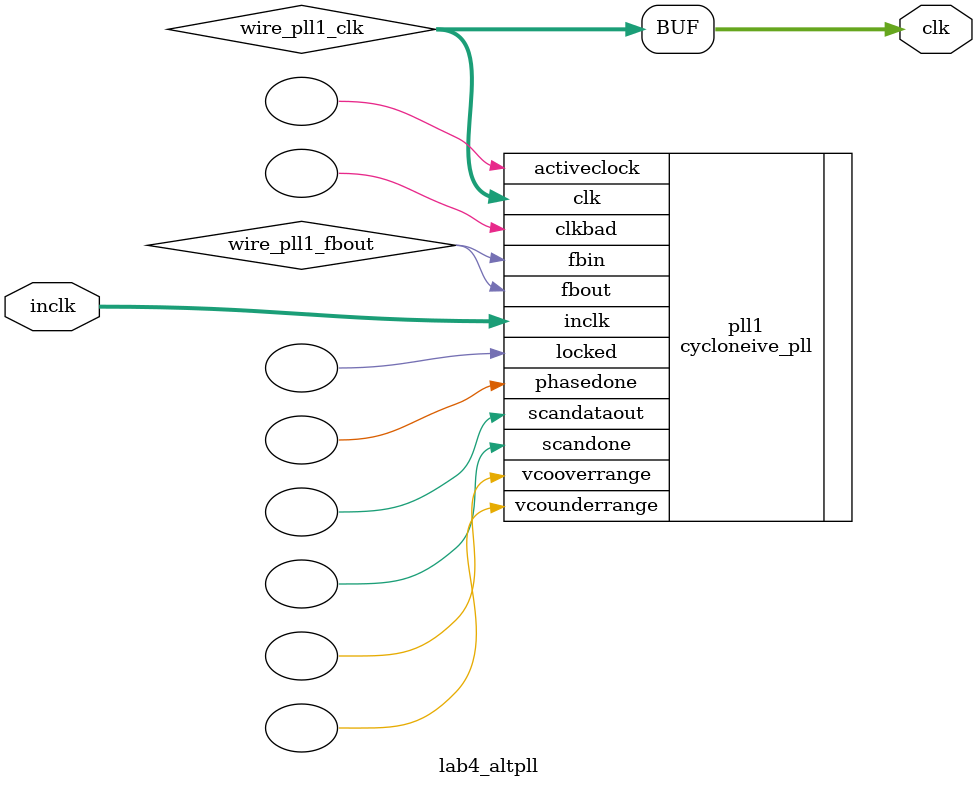
<source format=v>






//synthesis_resources = cycloneive_pll 1 
//synopsys translate_off
`timescale 1 ps / 1 ps
//synopsys translate_on
module  lab4_altpll
	( 
	clk,
	inclk) /* synthesis synthesis_clearbox=1 */;
	output   [4:0]  clk;
	input   [1:0]  inclk;
`ifndef ALTERA_RESERVED_QIS
// synopsys translate_off
`endif
	tri0   [1:0]  inclk;
`ifndef ALTERA_RESERVED_QIS
// synopsys translate_on
`endif

	wire  [4:0]   wire_pll1_clk;
	wire  wire_pll1_fbout;

	cycloneive_pll   pll1
	( 
	.activeclock(),
	.clk(wire_pll1_clk),
	.clkbad(),
	.fbin(wire_pll1_fbout),
	.fbout(wire_pll1_fbout),
	.inclk(inclk),
	.locked(),
	.phasedone(),
	.scandataout(),
	.scandone(),
	.vcooverrange(),
	.vcounderrange()
	`ifndef FORMAL_VERIFICATION
	// synopsys translate_off
	`endif
	,
	.areset(1'b0),
	.clkswitch(1'b0),
	.configupdate(1'b0),
	.pfdena(1'b1),
	.phasecounterselect({3{1'b0}}),
	.phasestep(1'b0),
	.phaseupdown(1'b0),
	.scanclk(1'b0),
	.scanclkena(1'b1),
	.scandata(1'b0)
	`ifndef FORMAL_VERIFICATION
	// synopsys translate_on
	`endif
	);
	defparam
		pll1.bandwidth_type = "auto",
		pll1.clk0_divide_by = 25,
		pll1.clk0_duty_cycle = 50,
		pll1.clk0_multiply_by = 12,
		pll1.clk0_phase_shift = "0",
		pll1.clk1_divide_by = 2,
		pll1.clk1_duty_cycle = 50,
		pll1.clk1_multiply_by = 1,
		pll1.clk1_phase_shift = "0",
		pll1.clk2_divide_by = 1,
		pll1.clk2_duty_cycle = 50,
		pll1.clk2_multiply_by = 1,
		pll1.clk2_phase_shift = "0",
		pll1.compensate_clock = "clk0",
		pll1.inclk0_input_frequency = 20000,
		pll1.operation_mode = "normal",
		pll1.pll_type = "auto",
		pll1.lpm_type = "cycloneive_pll";
	assign
		clk = {wire_pll1_clk[4:0]};
endmodule //lab4_altpll
//VALID FILE

</source>
